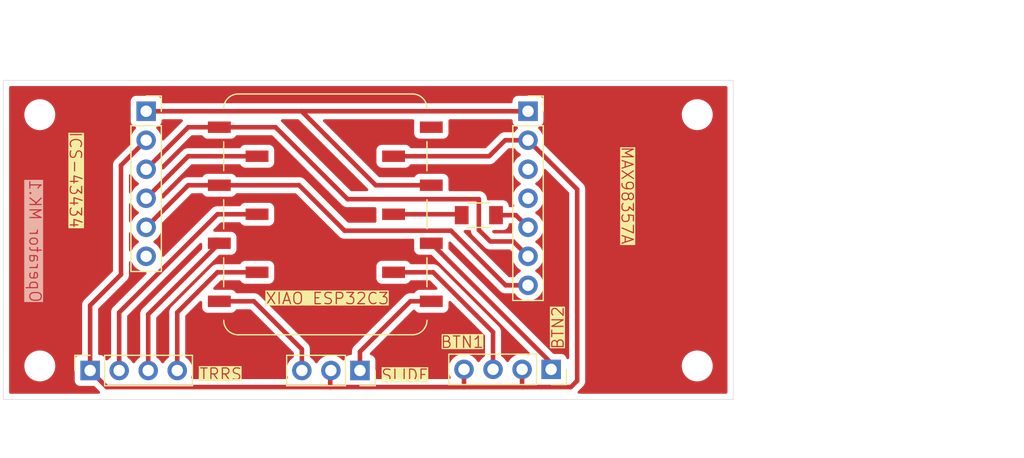
<source format=kicad_pcb>
(kicad_pcb (version 20241229) (generator "pcbnew") (generator_version "9.0")
  (layers (0 "F.Cu" signal) (2 "B.Cu" signal) (13 "F.Paste" user) (15 "B.Paste" user) (5 "F.SilkS" user "F.Silkscreen") (7 "B.SilkS" user "B.Silkscreen") (1 "F.Mask" user) (3 "B.Mask" user) (25 "Edge.Cuts" user))
  (net 0 "")
  (net 2 "BCLK")
  (net 3 "GND")
  (net 4 "LRC")
  (net 5 "3V")
  (net 6 "DOUT")
  (net 7 "DIN")
  (net 11 "D7")
  (net 12 "D9")
  (net 13 "D4")
  (net 14 "D8")
  (net 15 "D5")
  (net 16 "D6")
  (net 17 "D3")
  (net 18 "Net-(J4-Pin_5)")
  (footprint "Connector_PinSocket_2.54mm:PinSocket_1x07_P2.54mm_Vertical" (layer "F.Cu") (at 153.2 89.7)
    (property "Reference" "J4" (hide yes))
    (property "Value" "Speaker" (hide yes))
    (fp_line (start -1.33 1.27) (end -1.33 16.57) (stroke (width 0.12)) (layer "F.SilkS"))
    (fp_line (start -1.33 1.27) (end 1.33 1.27) (stroke (width 0.12)) (layer "F.SilkS"))
    (fp_line (start -1.33 16.57) (end 1.33 16.57) (stroke (width 0.12)) (layer "F.SilkS"))
    (fp_line (start 0 -1.33) (end 1.33 -1.33) (stroke (width 0.12)) (layer "F.SilkS"))
    (fp_line (start 1.33 -1.33) (end 1.33 0) (stroke (width 0.12)) (layer "F.SilkS"))
    (fp_line (start 1.33 1.27) (end 1.33 16.57) (stroke (width 0.12)) (layer "F.SilkS"))
    (pad "1" thru_hole rect (at 0 0) (size 1.7 1.7) (drill 1) (layers "*.Cu" "*.Mask") (net 5 "3V"))
    (pad "2" thru_hole circle (at 0 2.54) (size 1.7 1.7) (drill 1) (layers "*.Cu" "*.Mask") (net 3 "GND"))
    (pad "3" thru_hole circle (at 0 5.08) (size 1.7 1.7) (drill 1) (layers "*.Cu" "*.Mask"))
    (pad "4" thru_hole circle (at 0 7.62) (size 1.7 1.7) (drill 1) (layers "*.Cu" "*.Mask"))
    (pad "5" thru_hole circle (at 0 10.16) (size 1.7 1.7) (drill 1) (layers "*.Cu" "*.Mask") (net 18 "Net-(J4-Pin_5)"))
    (pad "6" thru_hole circle (at 0 12.7) (size 1.7 1.7) (drill 1) (layers "*.Cu" "*.Mask") (net 2 "BCLK"))
    (pad "7" thru_hole circle (at 0 15.24) (size 1.7 1.7) (drill 1) (layers "*.Cu" "*.Mask") (net 4 "LRC"))
  )
  (footprint "MountingHole:MountingHole_2.2mm_M2" (layer "F.Cu") (at 110.5 112)
    (property "Reference" "REF**" (hide yes))
    (property "Value" "MountingHole_2.2mm_M2")
    (pad "" np_thru_hole circle (at 0 0) (size 2.2 2.2) (drill 2.2) (layers "*.Cu" "*.Mask"))
  )
  (footprint "MountingHole:MountingHole_2.2mm_M2" (layer "F.Cu") (at 168 112)
    (property "Reference" "REF**" (hide yes))
    (property "Value" "MountingHole_2.2mm_M2" (hide yes))
    (pad "" np_thru_hole circle (at 0 0) (size 2.2 2.2) (drill 2.2) (layers "*.Cu" "*.Mask"))
  )
  (footprint "Connector_PinSocket_2.54mm:PinSocket_1x04_P2.54mm_Vertical" (layer "F.Cu") (at 155.22 112.3 -90)
    (property "Reference" "J3" (hide yes))
    (property "Value" "Buttons" (hide yes))
    (fp_line (start -1.33 8.95) (end 1.33 8.95) (stroke (width 0.12)) (layer "F.SilkS"))
    (fp_line (start -1.33 1.27) (end -1.33 8.95) (stroke (width 0.12)) (layer "F.SilkS"))
    (fp_line (start -1.33 1.27) (end 1.33 1.27) (stroke (width 0.12)) (layer "F.SilkS"))
    (fp_line (start 1.33 1.27) (end 1.33 8.95) (stroke (width 0.12)) (layer "F.SilkS"))
    (fp_line (start 0 -1.33) (end 1.33 -1.33) (stroke (width 0.12)) (layer "F.SilkS"))
    (fp_line (start 1.33 -1.33) (end 1.33 0) (stroke (width 0.12)) (layer "F.SilkS"))
    (pad "1" thru_hole rect (at 0 0 270) (size 1.7 1.7) (drill 1) (layers "*.Cu" "*.Mask") (net 12 "D9"))
    (pad "2" thru_hole circle (at 0 2.54 270) (size 1.7 1.7) (drill 1) (layers "*.Cu" "*.Mask") (net 3 "GND"))
    (pad "3" thru_hole circle (at 0 5.08 270) (size 1.7 1.7) (drill 1) (layers "*.Cu" "*.Mask") (net 14 "D8"))
    (pad "4" thru_hole circle (at 0 7.62 270) (size 1.7 1.7) (drill 1) (layers "*.Cu" "*.Mask") (net 3 "GND"))
  )
  (footprint "fab:Module_XIAO_Generic_SocketSMD" (layer "F.Cu") (at 135.47 98.72)
    (property "Reference" "M1" (hide yes))
    (property "Value" "XIAO ESP32" (hide yes))
    (fp_line (start -8.89 -6.35) (end -8.89 -3.81) (stroke (width 0.12)) (layer "F.SilkS"))
    (fp_line (start -8.89 -1.27) (end -8.89 1.27) (stroke (width 0.12)) (layer "F.SilkS"))
    (fp_line (start -8.89 3.81) (end -8.89 6.35) (stroke (width 0.12)) (layer "F.SilkS"))
    (fp_line (start -7.6175 -10.531) (end 7.6225 -10.531) (stroke (width 0.12)) (layer "F.SilkS"))
    (fp_line (start 7.6225 10.551) (end -7.6175 10.551) (stroke (width 0.12)) (layer "F.SilkS"))
    (fp_line (start 8.89 -6.35) (end 8.89 -3.81) (stroke (width 0.12)) (layer "F.SilkS"))
    (fp_line (start 8.89 -1.27) (end 8.89 1.27) (stroke (width 0.12)) (layer "F.SilkS"))
    (fp_line (start 8.89 3.81) (end 8.89 6.35) (stroke (width 0.12)) (layer "F.SilkS"))
    (fp_arc (start -8.8875 -9.261) (mid -8.515526 -10.159026) (end -7.6175 -10.531) (stroke (width 0.12)) (layer "F.SilkS"))
    (fp_arc (start -7.6175 10.551) (mid -8.515526 10.179026) (end -8.8875 9.281) (stroke (width 0.12)) (layer "F.SilkS"))
    (fp_arc (start 7.6225 -10.531) (mid 8.520526 -10.159026) (end 8.8925 -9.261) (stroke (width 0.12)) (layer "F.SilkS"))
    (fp_arc (start 8.8925 9.281) (mid 8.520526 10.179026) (end 7.6225 10.551) (stroke (width 0.12)) (layer "F.SilkS"))
    (pad "1" smd rect (at -9.27 -7.62) (size 2 1) (layers "F.Cu" "F.Mask" "F.Paste") (net 2 "BCLK"))
    (pad "2" smd rect (at -5.97 -5.08) (size 2 1) (layers "F.Cu" "F.Mask" "F.Paste") (net 6 "DOUT"))
    (pad "3" smd rect (at -9.27 -2.54) (size 2 1) (layers "F.Cu" "F.Mask" "F.Paste") (net 4 "LRC"))
    (pad "4" smd rect (at -5.97 0) (size 2 1) (layers "F.Cu" "F.Mask" "F.Paste") (net 17 "D3"))
    (pad "5" smd rect (at -9.27 2.54) (size 2 1) (layers "F.Cu" "F.Mask" "F.Paste") (net 13 "D4"))
    (pad "6" smd rect (at -5.97 5.08) (size 2 1) (layers "F.Cu" "F.Mask" "F.Paste") (net 15 "D5"))
    (pad "7" smd rect (at -9.27 7.62) (size 2 1) (layers "F.Cu" "F.Mask" "F.Paste") (net 16 "D6"))
    (pad "8" smd rect (at 9.27 7.62) (size 2 1) (layers "F.Cu" "F.Mask" "F.Paste") (net 11 "D7"))
    (pad "9" smd rect (at 5.97 5.08) (size 2 1) (layers "F.Cu" "F.Mask" "F.Paste") (net 14 "D8"))
    (pad "10" smd rect (at 9.27 2.54) (size 2 1) (layers "F.Cu" "F.Mask" "F.Paste") (net 12 "D9"))
    (pad "11" smd rect (at 5.97 0) (size 2 1) (layers "F.Cu" "F.Mask" "F.Paste") (net 7 "DIN"))
    (pad "12" smd rect (at 9.27 -2.54) (size 2 1) (layers "F.Cu" "F.Mask" "F.Paste") (net 5 "3V"))
    (pad "13" smd rect (at 5.97 -5.08) (size 2 1) (layers "F.Cu" "F.Mask" "F.Paste") (net 3 "GND"))
    (pad "14" smd rect (at 9.27 -7.62) (size 2 1) (layers "F.Cu" "F.Mask" "F.Paste"))
  )
  (footprint "Connector_PinSocket_2.54mm:PinSocket_1x04_P2.54mm_Vertical" (layer "F.Cu") (at 114.9 112.4 90)
    (property "Reference" "J8" (hide yes))
    (property "Value" "TRRS Socket" (hide yes))
    (fp_line (start 1.33 -1.33) (end 1.33 0) (stroke (width 0.12)) (layer "F.SilkS"))
    (fp_line (start 0 -1.33) (end 1.33 -1.33) (stroke (width 0.12)) (layer "F.SilkS"))
    (fp_line (start 1.33 1.27) (end 1.33 8.95) (stroke (width 0.12)) (layer "F.SilkS"))
    (fp_line (start -1.33 1.27) (end 1.33 1.27) (stroke (width 0.12)) (layer "F.SilkS"))
    (fp_line (start -1.33 1.27) (end -1.33 8.95) (stroke (width 0.12)) (layer "F.SilkS"))
    (fp_line (start -1.33 8.95) (end 1.33 8.95) (stroke (width 0.12)) (layer "F.SilkS"))
    (pad "1" thru_hole rect (at 0 0 90) (size 1.7 1.7) (drill 1) (layers "*.Cu" "*.Mask") (net 3 "GND"))
    (pad "2" thru_hole circle (at 0 2.54 90) (size 1.7 1.7) (drill 1) (layers "*.Cu" "*.Mask") (net 17 "D3"))
    (pad "3" thru_hole circle (at 0 5.08 90) (size 1.7 1.7) (drill 1) (layers "*.Cu" "*.Mask") (net 13 "D4"))
    (pad "4" thru_hole circle (at 0 7.62 90) (size 1.7 1.7) (drill 1) (layers "*.Cu" "*.Mask") (net 15 "D5"))
  )
  (footprint "MountingHole:MountingHole_2.2mm_M2" (layer "F.Cu") (at 168 90)
    (property "Reference" "REF**" (hide yes))
    (property "Value" "MountingHole_2.2mm_M2" (hide yes))
    (pad "" np_thru_hole circle (at 0 0) (size 2.2 2.2) (drill 2.2) (layers "*.Cu" "*.Mask"))
  )
  (footprint "Connector_PinSocket_2.54mm:PinSocket_1x03_P2.54mm_Vertical" (layer "F.Cu") (at 138.5 112.4 -90)
    (property "Reference" "J1" (hide yes))
    (property "Value" "Slide Switch" (hide yes))
    (fp_line (start -1.33 6.41) (end 1.33 6.41) (stroke (width 0.12)) (layer "F.SilkS"))
    (fp_line (start -1.33 1.27) (end -1.33 6.41) (stroke (width 0.12)) (layer "F.SilkS"))
    (fp_line (start -1.33 1.27) (end 1.33 1.27) (stroke (width 0.12)) (layer "F.SilkS"))
    (fp_line (start 1.33 1.27) (end 1.33 6.41) (stroke (width 0.12)) (layer "F.SilkS"))
    (fp_line (start 0 -1.33) (end 1.33 -1.33) (stroke (width 0.12)) (layer "F.SilkS"))
    (fp_line (start 1.33 -1.33) (end 1.33 0) (stroke (width 0.12)) (layer "F.SilkS"))
    (pad "1" thru_hole rect (at 0 0 270) (size 1.7 1.7) (drill 1) (layers "*.Cu" "*.Mask") (net 11 "D7"))
    (pad "2" thru_hole circle (at 0 2.54 270) (size 1.7 1.7) (drill 1) (layers "*.Cu" "*.Mask") (net 3 "GND"))
    (pad "3" thru_hole circle (at 0 5.08 270) (size 1.7 1.7) (drill 1) (layers "*.Cu" "*.Mask") (net 16 "D6"))
  )
  (footprint "MountingHole:MountingHole_2.2mm_M2" (layer "F.Cu") (at 110.5 90)
    (property "Reference" "REF**" (hide yes))
    (property "Value" "MountingHole_2.2mm_M2" (hide yes))
    (pad "" np_thru_hole circle (at 0 0) (size 2.2 2.2) (drill 2.2) (layers "*.Cu" "*.Mask"))
  )
  (footprint "fab:R_1206" (layer "F.Cu") (at 148.9 98.8)
    (property "Reference" "R" (hide yes))
    (property "Value" "jumper" (hide yes))
    (fp_line (start -1 -1.07) (end 1 -1.07) (stroke (width 0.12)) (layer "F.SilkS"))
    (fp_line (start 1 1.07) (end -1 1.07) (stroke (width 0.12)) (layer "F.SilkS"))
    (pad "1" smd rect (at -1.5 0) (size 1.2 1.6) (layers "F.Cu" "F.Mask" "F.Paste") (net 7 "DIN"))
    (pad "2" smd rect (at 1.5 0) (size 1.2 1.6) (layers "F.Cu" "F.Mask" "F.Paste") (net 18 "Net-(J4-Pin_5)"))
  )
  (footprint "Connector_PinSocket_2.54mm:PinSocket_1x06_P2.54mm_Vertical" (layer "F.Cu") (at 119.8 89.7)
    (property "Reference" "J2" (hide yes))
    (property "Value" "Microphone" (hide yes))
    (fp_line (start -1.33 1.27) (end -1.33 14.03) (stroke (width 0.12)) (layer "F.SilkS"))
    (fp_line (start -1.33 1.27) (end 1.33 1.27) (stroke (width 0.12)) (layer "F.SilkS"))
    (fp_line (start -1.33 14.03) (end 1.33 14.03) (stroke (width 0.12)) (layer "F.SilkS"))
    (fp_line (start 0 -1.33) (end 1.33 -1.33) (stroke (width 0.12)) (layer "F.SilkS"))
    (fp_line (start 1.33 -1.33) (end 1.33 0) (stroke (width 0.12)) (layer "F.SilkS"))
    (fp_line (start 1.33 1.27) (end 1.33 14.03) (stroke (width 0.12)) (layer "F.SilkS"))
    (pad "1" thru_hole rect (at 0 0) (size 1.7 1.7) (drill 1) (layers "*.Cu" "*.Mask") (net 5 "3V"))
    (pad "2" thru_hole circle (at 0 2.54) (size 1.7 1.7) (drill 1) (layers "*.Cu" "*.Mask") (net 3 "GND"))
    (pad "3" thru_hole circle (at 0 5.08) (size 1.7 1.7) (drill 1) (layers "*.Cu" "*.Mask") (net 2 "BCLK"))
    (pad "4" thru_hole circle (at 0 7.62) (size 1.7 1.7) (drill 1) (layers "*.Cu" "*.Mask") (net 6 "DOUT"))
    (pad "5" thru_hole circle (at 0 10.16) (size 1.7 1.7) (drill 1) (layers "*.Cu" "*.Mask") (net 4 "LRC"))
    (pad "6" thru_hole circle (at 0 12.7) (size 1.7 1.7) (drill 1) (layers "*.Cu" "*.Mask"))
  )
  (gr_rect (start 107.315 86.995) (end 171.145 114.935) (stroke (width 0.05)) (fill no) (layer "Edge.Cuts"))
  (gr_text "ICS-43434" (at 113.03 91.44 270) (layer "F.SilkS" knockout) (effects (font (size 1 1) (thickness 0.1)) (justify left bottom)))
  (gr_text "TRRS" (at 124.4 113.3 0) (layer "F.SilkS" knockout) (effects (font (size 1 1) (thickness 0.1)) (justify left bottom)))
  (gr_text "BTN1" (at 145.5 110.5 0) (layer "F.SilkS" knockout) (effects (font (size 1 1) (thickness 0.1)) (justify left bottom)))
  (gr_text "SLIDE" (at 140.3 113.4 0) (layer "F.SilkS" knockout) (effects (font (size 1 1) (thickness 0.1)) (justify left bottom)))
  (gr_text "XIAO ESP32C3" (at 130.175 106.68 0) (layer "F.SilkS" knockout) (effects (font (size 1 1) (thickness 0.1)) (justify left bottom)))
  (gr_text "BTN2" (at 156.4 110.6 90) (layer "F.SilkS" knockout) (effects (font (size 1 1) (thickness 0.1)) (justify left bottom)))
  (gr_text "MAX98357A" (at 161.29 92.71 270) (layer "F.SilkS" knockout) (effects (font (size 1 1) (thickness 0.1)) (justify left bottom)))
  (gr_text "Operator MK.1" (at 109.5 106.5 270) (layer "B.SilkS" knockout) (effects (font (size 1 1) (thickness 0.1)) (justify left bottom mirror)))
  (segment (start 149.9 101.1) (end 151.9 101.1) (width 0.4) (layer "F.Cu") (net 2))
  (segment (start 131.118 91.1) (end 137.418 97.4) (width 0.4) (layer "F.Cu") (net 2))
  (segment (start 148.9 97.4) (end 148.9 100.1) (width 0.4) (layer "F.Cu") (net 2))
  (segment (start 126.2 91.1) (end 123.48 91.1) (width 0.4) (layer "F.Cu") (net 2))
  (segment (start 148.9 100.1) (end 149.9 101.1) (width 0.4) (layer "F.Cu") (net 2))
  (segment (start 126.2 91.1) (end 131.118 91.1) (width 0.4) (layer "F.Cu") (net 2))
  (segment (start 123.48 91.1) (end 119.8 94.78) (width 0.4) (layer "F.Cu") (net 2))
  (segment (start 151.9 101.1) (end 153.2 102.4) (width 0.4) (layer "F.Cu") (net 2))
  (segment (start 137.418 97.4) (end 148.9 97.4) (width 0.4) (layer "F.Cu") (net 2))
  (segment (start 157.5 96.54) (end 157.5 113.3) (width 0.4) (layer "F.Cu") (net 3))
  (segment (start 119.8 92.24) (end 117.6 94.44) (width 0.4) (layer "F.Cu") (net 3))
  (segment (start 135.96 112.4) (end 135.9 112.46) (width 0.4) (layer "F.Cu") (net 3))
  (segment (start 117.6 94.44) (end 117.6 104) (width 0.4) (layer "F.Cu") (net 3))
  (segment (start 153.2 92.24) (end 157.5 96.54) (width 0.4) (layer "F.Cu") (net 3))
  (segment (start 117.6 104) (end 114.9 106.7) (width 0.4) (layer "F.Cu") (net 3))
  (segment (start 157.5 113.3) (end 156.949 113.851) (width 0.4) (layer "F.Cu") (net 3))
  (segment (start 135.9 112.46) (end 135.9 113.851) (width 0.4) (layer "F.Cu") (net 3))
  (segment (start 135.9 113.851) (end 147.6 113.851) (width 0.4) (layer "F.Cu") (net 3))
  (segment (start 147.6 112.3) (end 147.6 113.851) (width 0.4) (layer "F.Cu") (net 3))
  (segment (start 151.2 92.24) (end 153.2 92.24) (width 0.4) (layer "F.Cu") (net 3))
  (segment (start 114.9 112.4) (end 116.351 113.851) (width 0.4) (layer "F.Cu") (net 3))
  (segment (start 141.44 93.64) (end 149.8 93.64) (width 0.4) (layer "F.Cu") (net 3))
  (segment (start 114.9 106.7) (end 114.9 112.4) (width 0.4) (layer "F.Cu") (net 3))
  (segment (start 149.8 93.64) (end 151.2 92.24) (width 0.4) (layer "F.Cu") (net 3))
  (segment (start 147.6 113.851) (end 152.7 113.851) (width 0.4) (layer "F.Cu") (net 3))
  (segment (start 152.68 112.3) (end 152.68 113.831) (width 0.4) (layer "F.Cu") (net 3))
  (segment (start 156.949 113.851) (end 152.7 113.851) (width 0.4) (layer "F.Cu") (net 3))
  (segment (start 152.68 113.831) (end 152.7 113.851) (width 0.4) (layer "F.Cu") (net 3))
  (segment (start 116.351 113.851) (end 135.9 113.851) (width 0.4) (layer "F.Cu") (net 3))
  (segment (start 152.8 112.42) (end 152.68 112.3) (width 0.4) (layer "F.Cu") (net 3))
  (segment (start 137.159 100.159) (end 146.459 100.159) (width 0.4) (layer "F.Cu") (net 4))
  (segment (start 146.459 100.159) (end 151.24 104.94) (width 0.4) (layer "F.Cu") (net 4))
  (segment (start 151.24 104.94) (end 153.2 104.94) (width 0.4) (layer "F.Cu") (net 4))
  (segment (start 126.2 96.18) (end 123.48 96.18) (width 0.4) (layer "F.Cu") (net 4))
  (segment (start 133.18 96.18) (end 137.159 100.159) (width 0.4) (layer "F.Cu") (net 4))
  (segment (start 126.2 96.18) (end 133.18 96.18) (width 0.4) (layer "F.Cu") (net 4))
  (segment (start 123.48 96.18) (end 119.8 99.86) (width 0.4) (layer "F.Cu") (net 4))
  (segment (start 133.4 89.7) (end 153.2 89.7) (width 0.4) (layer "F.Cu") (net 5))
  (segment (start 133.4 89.7) (end 119.8 89.7) (width 0.4) (layer "F.Cu") (net 5))
  (segment (start 139.88 96.18) (end 133.4 89.7) (width 0.4) (layer "F.Cu") (net 5))
  (segment (start 144.74 96.18) (end 139.88 96.18) (width 0.4) (layer "F.Cu") (net 5))
  (segment (start 123.48 93.64) (end 119.8 97.32) (width 0.4) (layer "F.Cu") (net 6))
  (segment (start 129.5 93.64) (end 123.48 93.64) (width 0.4) (layer "F.Cu") (net 6))
  (segment (start 141.44 98.72) (end 147.32 98.72) (width 0.4) (layer "F.Cu") (net 7))
  (segment (start 147.32 98.72) (end 147.4 98.8) (width 0.4) (layer "F.Cu") (net 7))
  (segment (start 142.91 106.34) (end 138.5 110.75) (width 0.4) (layer "F.Cu") (net 11))
  (segment (start 144.74 106.34) (end 142.91 106.34) (width 0.4) (layer "F.Cu") (net 11))
  (segment (start 138.5 110.75) (end 138.5 112.4) (width 0.4) (layer "F.Cu") (net 11))
  (segment (start 155.22 111.74) (end 155.22 112.3) (width 0.4) (layer "F.Cu") (net 12))
  (segment (start 144.74 101.26) (end 155.22 111.74) (width 0.4) (layer "F.Cu") (net 12))
  (segment (start 126.2 101.26) (end 119.98 107.48) (width 0.4) (layer "F.Cu") (net 13))
  (segment (start 119.98 107.48) (end 119.98 112.4) (width 0.4) (layer "F.Cu") (net 13))
  (segment (start 126.24 100.965) (end 125.73 100.965) (width 0.4) (layer "F.Cu") (net 13))
  (segment (start 141.44 103.8) (end 144.902 103.8) (width 0.4) (layer "F.Cu") (net 14))
  (segment (start 144.902 103.8) (end 150.14 109.038) (width 0.4) (layer "F.Cu") (net 14))
  (segment (start 150.14 109.038) (end 150.14 112.3) (width 0.4) (layer "F.Cu") (net 14))
  (segment (start 129.5 103.8) (end 126.038 103.8) (width 0.4) (layer "F.Cu") (net 15))
  (segment (start 126.038 103.8) (end 122.52 107.318) (width 0.4) (layer "F.Cu") (net 15))
  (segment (start 122.52 107.318) (end 122.52 112.4) (width 0.4) (layer "F.Cu") (net 15))
  (segment (start 126.2 106.34) (end 129.22 106.34) (width 0.4) (layer "F.Cu") (net 16))
  (segment (start 126.24 106.045) (end 127 106.045) (width 0.4) (layer "F.Cu") (net 16))
  (segment (start 133.42 110.54) (end 133.42 112.4) (width 0.4) (layer "F.Cu") (net 16))
  (segment (start 129.22 106.34) (end 133.42 110.54) (width 0.4) (layer "F.Cu") (net 16))
  (segment (start 129.5 98.72) (end 126.038 98.72) (width 0.4) (layer "F.Cu") (net 17))
  (segment (start 117.44 107.318) (end 117.44 112.4) (width 0.4) (layer "F.Cu") (net 17))
  (segment (start 126.038 98.72) (end 117.44 107.318) (width 0.4) (layer "F.Cu") (net 17))
  (segment (start 150.4 98.8) (end 152.14 98.8) (width 0.4) (layer "F.Cu") (net 18))
  (segment (start 152.14 98.8) (end 153.2 99.86) (width 0.4) (layer "F.Cu") (net 18))
  (zone (net 0) (net_name "") (layer "F.Cu") (connect_pads (clearance 0.5)) (min_thickness 0.25) (fill yes (thermal_gap 0.5) (thermal_bridge_width 0.5) (island_removal_mode 1) (island_area_min 10))
    (polygon (pts (xy 171.045 86.995) (xy 107.315 86.995) (xy 107.315 114.935) (xy 171.045 114.935)))
  )
)
</source>
